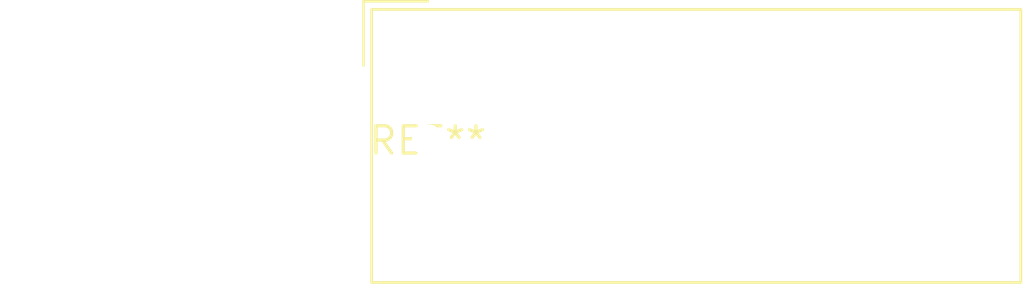
<source format=kicad_pcb>
(kicad_pcb (version 20240108) (generator pcbnew)
  (layers (0 "F.Cu" signal) (31 "B.Cu" signal) (34 "B.Paste" user) (35 "F.Paste" user) (36 "B.SilkS" user "B.Silkscreen") (37 "F.SilkS" user "F.Silkscreen") (38 "B.Mask" user) (39 "F.Mask" user) (44 "Edge.Cuts" user))
  (net 0 "")
  (footprint "Altech_AK300_1x06_P5.00mm_45-Degree" (layer "F.Cu") (at 0 0)
    (property "Reference" "REF**")
    (property "Value" "Altech_AK300_1x06_P5.00mm_45-Degree")
    (fp_line (start -3 -6.5) (end 0 -6.5) (layer "F.SilkS") (stroke (width 0.12)))
    (fp_line (start -3 -3.5) (end -3 -6.5) (layer "F.SilkS") (stroke (width 0.12)))
    (fp_line (start -2.62 -6.12) (end -2.62 6.62) (layer "F.SilkS") (stroke (width 0.12)))
    (fp_line (start -2.62 -6.12) (end -2.62 6.62) (layer "F.SilkS") (stroke (width 0.12)))
    (fp_line (start -2.62 -6.12) (end 27.62 -6.12) (layer "F.SilkS") (stroke (width 0.12)))
    (fp_line (start -2.62 -6.12) (end 27.62 -6.12) (layer "F.SilkS") (stroke (width 0.12)))
    (fp_line (start -2.62 6.62) (end 27.62 6.62) (layer "F.SilkS") (stroke (width 0.12)))
    (fp_line (start -2.62 6.62) (end 27.62 6.62) (layer "F.SilkS") (stroke (width 0.12)))
    (fp_line (start 27.62 -6.12) (end 27.62 6.62) (layer "F.SilkS") (stroke (width 0.12)))
    (fp_line (start 27.62 -6.12) (end 27.62 6.62) (layer "F.SilkS") (stroke (width 0.12)))
    (pad "1" thru_hole rect (at 0 0) (size 3 3) (drill 1.5) (layers *.Cu *.Mask) (remove_unused_layers))
    (pad "2" thru_hole circle (at 5 0) (size 3 3) (drill 1.5) (layers *.Cu *.Mask) (remove_unused_layers))
    (pad "3" thru_hole circle (at 10 0) (size 3 3) (drill 1.5) (layers *.Cu *.Mask) (remove_unused_layers))
    (pad "4" thru_hole circle (at 15 0) (size 3 3) (drill 1.5) (layers *.Cu *.Mask) (remove_unused_layers))
    (pad "5" thru_hole circle (at 20 0) (size 3 3) (drill 1.5) (layers *.Cu *.Mask) (remove_unused_layers))
    (pad "6" thru_hole circle (at 25 0) (size 3 3) (drill 1.5) (layers *.Cu *.Mask) (remove_unused_layers))
  )
)
</source>
